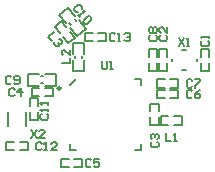
<source format=gto>
G04 Layer_Color=65535*
%FSLAX24Y24*%
%MOIN*%
G70*
G01*
G75*
%ADD24C,0.0060*%
%ADD33C,0.0098*%
%ADD34C,0.0079*%
D24*
X3202Y1456D02*
X3478D01*
X3202Y2164D02*
X3478D01*
Y1909D02*
Y2164D01*
Y1456D02*
Y1712D01*
X3202Y1909D02*
Y2164D01*
Y1456D02*
Y1712D01*
X1802Y2164D02*
X2078D01*
X1802Y1456D02*
X2078D01*
X1802D02*
Y1712D01*
Y1908D02*
Y2164D01*
X2078Y1456D02*
Y1712D01*
Y1908D02*
Y2164D01*
X1512Y-354D02*
X1788D01*
X1512Y354D02*
X1788D01*
Y98D02*
Y354D01*
Y-354D02*
Y-98D01*
X1512Y98D02*
Y354D01*
Y-354D02*
Y-98D01*
X-2454Y602D02*
Y878D01*
X-1746Y602D02*
Y878D01*
X-2002Y602D02*
X-1746D01*
X-2454D02*
X-2198D01*
X-2002Y878D02*
X-1746D01*
X-2454D02*
X-2198D01*
X-1474Y-1748D02*
Y-1472D01*
X-766Y-1748D02*
Y-1472D01*
X-1022Y-1748D02*
X-766D01*
X-1474D02*
X-1218D01*
X-1022Y-1472D02*
X-766D01*
X-1474D02*
X-1218D01*
X1726Y542D02*
Y818D01*
X2434Y542D02*
Y818D01*
X2178Y542D02*
X2434D01*
X1726D02*
X1982D01*
X2178Y818D02*
X2434D01*
X1726D02*
X1982D01*
X2434Y892D02*
Y1168D01*
X1726Y892D02*
Y1168D01*
X1982D01*
X2178D02*
X2434D01*
X1726Y892D02*
X1982D01*
X2178D02*
X2434D01*
X1452Y2164D02*
X1728D01*
X1452Y1456D02*
X1728D01*
X1452D02*
Y1712D01*
Y1908D02*
Y2164D01*
X1728Y1456D02*
Y1712D01*
Y1908D02*
Y2164D01*
X-2563Y953D02*
Y1347D01*
X-1637Y953D02*
Y1347D01*
X-2002Y953D02*
X-1637D01*
X-2563D02*
X-2198D01*
X-2002Y1347D02*
X-1637D01*
X-2563D02*
X-2198D01*
X-933Y2601D02*
X-632Y2854D01*
X-1528Y3310D02*
X-1226Y3563D01*
X-992Y3284D01*
X-866Y3133D02*
X-632Y2854D01*
X-1528Y3310D02*
X-1294Y3031D01*
X-1167Y2880D02*
X-933Y2601D01*
X-2518Y-174D02*
X-2242D01*
X-2518Y534D02*
X-2242D01*
Y278D02*
Y534D01*
Y-174D02*
Y82D01*
X-2518Y278D02*
Y534D01*
Y-174D02*
Y82D01*
X-3294Y-1198D02*
Y-922D01*
X-2586Y-1198D02*
Y-922D01*
X-2842Y-1198D02*
X-2586D01*
X-3294D02*
X-3038D01*
X-2842Y-922D02*
X-2586D01*
X-3294D02*
X-3038D01*
X2308Y-338D02*
X2564D01*
X1856D02*
X2112D01*
X2308Y-62D02*
X2564D01*
X1856D02*
X2112D01*
X1856Y-338D02*
Y-62D01*
X2564Y-338D02*
Y-62D01*
X-1087Y2385D02*
X-693D01*
X-1087Y1459D02*
X-693D01*
Y2020D02*
Y2385D01*
Y1459D02*
Y1824D01*
X-1087Y2020D02*
Y2385D01*
Y1459D02*
Y1824D01*
X-1392Y2578D02*
X-1228Y2382D01*
X-1683Y2925D02*
X-1519Y2729D01*
X-1181Y2755D02*
X-1016Y2559D01*
X-1472Y3102D02*
X-1307Y2906D01*
X-1683Y2925D02*
X-1472Y3102D01*
X-1228Y2382D02*
X-1016Y2559D01*
X2577Y2157D02*
X2703D01*
X2215Y1786D02*
Y1834D01*
X2577Y1464D02*
X2703D01*
X3065Y1786D02*
Y1834D01*
X34Y2452D02*
Y2728D01*
X-674Y2452D02*
Y2728D01*
X-418D01*
X-222D02*
X34D01*
X-674Y2452D02*
X-418D01*
X-222D02*
X34D01*
X-782Y3517D02*
X-776Y3580D01*
X-834Y3649D01*
X-898Y3655D01*
X-1036Y3539D01*
X-1041Y3476D01*
X-983Y3407D01*
X-920Y3401D01*
X-896Y3303D02*
X-839Y3234D01*
X-868Y3269D01*
X-661Y3442D01*
X-724Y3448D01*
X-580Y3276D02*
X-516Y3270D01*
X-458Y3201D01*
X-464Y3138D01*
X-602Y3022D01*
X-665Y3028D01*
X-723Y3096D01*
X-717Y3160D01*
X-580Y3276D01*
X-1693Y2754D02*
X-1900Y2580D01*
X-1784Y2442D01*
X-1554Y2518D02*
X-1491Y2512D01*
X-1433Y2443D01*
X-1439Y2380D01*
X-1473Y2351D01*
X-1536Y2357D01*
X-1565Y2391D01*
X-1536Y2357D01*
X-1542Y2293D01*
X-1576Y2264D01*
X-1640Y2270D01*
X-1698Y2339D01*
X-1692Y2402D01*
X-1450Y1712D02*
X-1180D01*
Y1892D01*
Y2162D02*
Y1982D01*
X-1360Y2162D01*
X-1405D01*
X-1450Y2117D01*
Y2027D01*
X-1405Y1982D01*
X-3013Y827D02*
X-3058Y872D01*
X-3148D01*
X-3193Y827D01*
Y647D01*
X-3148Y602D01*
X-3058D01*
X-3013Y647D01*
X-2788Y602D02*
Y872D01*
X-2923Y737D01*
X-2743D01*
X-470Y-1528D02*
X-515Y-1483D01*
X-605D01*
X-650Y-1528D01*
Y-1708D01*
X-605Y-1753D01*
X-515D01*
X-470Y-1708D01*
X-200Y-1483D02*
X-380D01*
Y-1618D01*
X-290Y-1573D01*
X-245D01*
X-200Y-1618D01*
Y-1708D01*
X-245Y-1753D01*
X-335D01*
X-380Y-1708D01*
X2907Y1120D02*
X2862Y1165D01*
X2772D01*
X2728Y1120D01*
Y940D01*
X2772Y895D01*
X2862D01*
X2907Y940D01*
X2997Y1165D02*
X3177D01*
Y1120D01*
X2997Y940D01*
Y895D01*
X3245Y2450D02*
X3200Y2405D01*
Y2315D01*
X3245Y2270D01*
X3425D01*
X3470Y2315D01*
Y2405D01*
X3425Y2450D01*
X3470Y2540D02*
Y2630D01*
Y2585D01*
X3200D01*
X3245Y2540D01*
X2450Y2560D02*
X2630Y2290D01*
Y2560D02*
X2450Y2290D01*
X2720D02*
X2810D01*
X2765D01*
Y2560D01*
X2720Y2515D01*
X1503Y2635D02*
X1458Y2590D01*
Y2500D01*
X1503Y2455D01*
X1682D01*
X1727Y2500D01*
Y2590D01*
X1682Y2635D01*
X1503Y2725D02*
X1458Y2770D01*
Y2860D01*
X1503Y2905D01*
X1548D01*
X1592Y2860D01*
X1637Y2905D01*
X1682D01*
X1727Y2860D01*
Y2770D01*
X1682Y2725D01*
X1637D01*
X1592Y2770D01*
X1548Y2725D01*
X1503D01*
X1592Y2770D02*
Y2860D01*
X-3123Y1237D02*
X-3168Y1282D01*
X-3258D01*
X-3303Y1237D01*
Y1057D01*
X-3258Y1012D01*
X-3168D01*
X-3123Y1057D01*
X-3033D02*
X-2988Y1012D01*
X-2898D01*
X-2853Y1057D01*
Y1237D01*
X-2898Y1282D01*
X-2988D01*
X-3033Y1237D01*
Y1192D01*
X-2988Y1147D01*
X-2853D01*
X2907Y770D02*
X2862Y815D01*
X2772D01*
X2728Y770D01*
Y590D01*
X2772Y545D01*
X2862D01*
X2907Y590D01*
X3177Y815D02*
X3087Y770D01*
X2997Y680D01*
Y590D01*
X3042Y545D01*
X3132D01*
X3177Y590D01*
Y635D01*
X3132Y680D01*
X2997D01*
X1853Y2635D02*
X1808Y2590D01*
Y2500D01*
X1853Y2455D01*
X2032D01*
X2077Y2500D01*
Y2590D01*
X2032Y2635D01*
X2077Y2905D02*
Y2725D01*
X1898Y2905D01*
X1853D01*
X1808Y2860D01*
Y2770D01*
X1853Y2725D01*
X-110Y1780D02*
Y1555D01*
X-65Y1510D01*
X25D01*
X70Y1555D01*
Y1780D01*
X160Y1510D02*
X250D01*
X205D01*
Y1780D01*
X160Y1735D01*
X2027Y-628D02*
Y-898D01*
X2207D01*
X2297D02*
X2387D01*
X2342D01*
Y-628D01*
X2297Y-673D01*
X1562Y-918D02*
X1518Y-963D01*
Y-1053D01*
X1562Y-1098D01*
X1742D01*
X1787Y-1053D01*
Y-963D01*
X1742Y-918D01*
X1562Y-828D02*
X1518Y-783D01*
Y-693D01*
X1562Y-648D01*
X1607D01*
X1652Y-693D01*
Y-738D01*
Y-693D01*
X1697Y-648D01*
X1742D01*
X1787Y-693D01*
Y-783D01*
X1742Y-828D01*
X-2460Y-510D02*
X-2280Y-780D01*
Y-510D02*
X-2460Y-780D01*
X-2010D02*
X-2190D01*
X-2010Y-600D01*
Y-555D01*
X-2055Y-510D01*
X-2145D01*
X-2190Y-555D01*
X-2113Y-973D02*
X-2158Y-928D01*
X-2248D01*
X-2293Y-973D01*
Y-1153D01*
X-2248Y-1198D01*
X-2158D01*
X-2113Y-1153D01*
X-2023Y-1198D02*
X-1933D01*
X-1978D01*
Y-928D01*
X-2023Y-973D01*
X-1618Y-1198D02*
X-1798D01*
X-1618Y-1018D01*
Y-973D01*
X-1663Y-928D01*
X-1753D01*
X-1798Y-973D01*
X-2115Y10D02*
X-2160Y-35D01*
Y-125D01*
X-2115Y-170D01*
X-1935D01*
X-1890Y-125D01*
Y-35D01*
X-1935Y10D01*
X-1890Y100D02*
Y190D01*
Y145D01*
X-2160D01*
X-2115Y100D01*
X-1890Y325D02*
Y415D01*
Y370D01*
X-2160D01*
X-2115Y325D01*
X330Y2675D02*
X285Y2720D01*
X195D01*
X150Y2675D01*
Y2495D01*
X195Y2450D01*
X285D01*
X330Y2495D01*
X420Y2450D02*
X510D01*
X465D01*
Y2720D01*
X420Y2675D01*
X645D02*
X690Y2720D01*
X780D01*
X825Y2675D01*
Y2630D01*
X780Y2585D01*
X735D01*
X780D01*
X825Y2540D01*
Y2495D01*
X780Y2450D01*
X690D01*
X645Y2495D01*
D33*
X-1486Y866D02*
G03*
X-1486Y866I-49J0D01*
G01*
D34*
X-2139Y1032D02*
X-2061D01*
X-2139Y1268D02*
X-2061D01*
X-1015Y3188D02*
X-964Y3128D01*
X-1195Y3036D02*
X-1145Y2976D01*
X-772Y1883D02*
Y1961D01*
X-1008Y1883D02*
Y1961D01*
X-1181Y984D02*
X-984Y1181D01*
X984D02*
X1181D01*
Y984D02*
Y1181D01*
Y-1181D02*
Y-984D01*
X984Y-1181D02*
X1181D01*
X-1181D02*
X-984D01*
X-1181D02*
Y-984D01*
X-3235Y-386D02*
Y86D01*
X-2645Y-386D02*
Y86D01*
M02*

</source>
